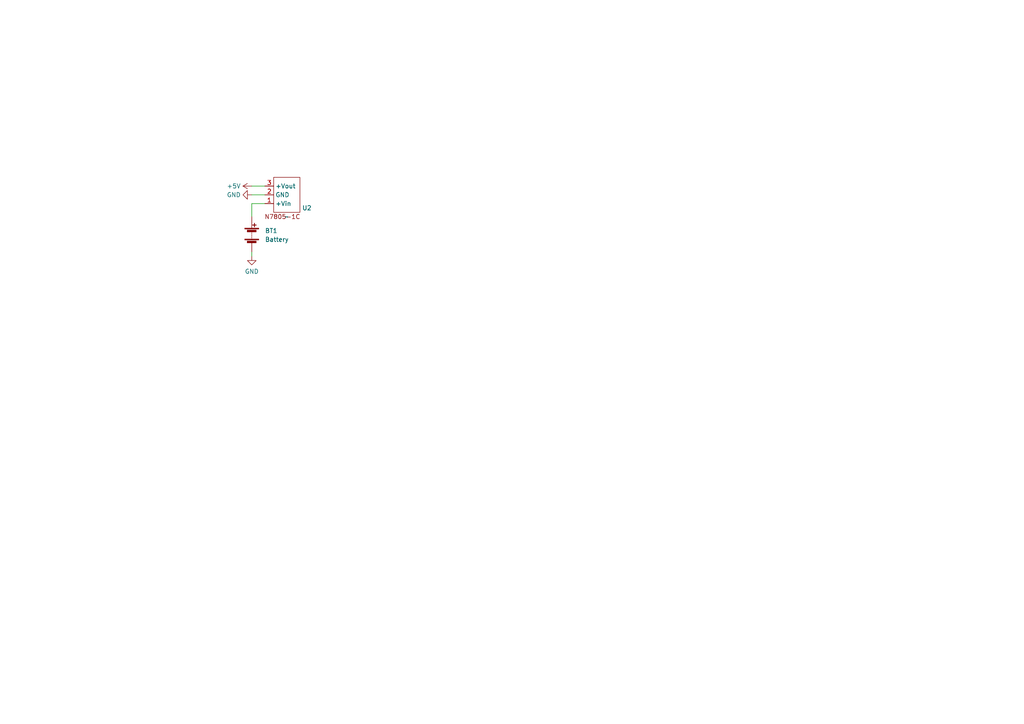
<source format=kicad_sch>
(kicad_sch (version 20230121) (generator eeschema)
  (paper "A4")
  (lib_symbols
    (symbol "Device:Battery" (pin_numbers hide) (pin_names (offset 0) hide)
      (property "Reference" "BT" (at 2.54 2.54 0))
      (property "Value" "Battery" (at 2.54 0 0))
      (symbol "Battery_0_1"
        (rectangle (start -2.032 -1.397) (end 2.032 -1.651) (fill (type outline)))
        (rectangle (start -2.032 1.778) (end 2.032 1.524) (fill (type outline)))
        (rectangle (start -1.3208 -1.9812) (end 1.27 -2.4892) (fill (type outline)))
        (rectangle (start -1.3208 1.1938) (end 1.27 0.6858) (fill (type outline)))
        (polyline (pts (xy 0 -1.524) (xy 0 -1.27)))
        (polyline (pts (xy 0 -1.016) (xy 0 -0.762)))
        (polyline (pts (xy 0 -0.508) (xy 0 -0.254)))
        (polyline (pts (xy 0 0) (xy 0 0.254)))
        (polyline (pts (xy 0 0.508) (xy 0 0.762)))
        (polyline (pts (xy 0 1.778) (xy 0 2.54)))
        (polyline (pts (xy 0.254 2.667) (xy 1.27 2.667)) (stroke (width 0.254)))
        (polyline (pts (xy 0.762 3.175) (xy 0.762 2.159)) (stroke (width 0.254)))
      )
      (symbol "Battery_1_1"
        (pin passive line (at 0 5.08 270) (length 2.54) (name "+") (number "1"))
        (pin passive line (at 0 -5.08 90) (length 2.54) (name "-") (number "2"))
      )
    )
    (symbol "line_follower_missing_symbols:N7805-1C"
      (property "Reference" "U" (at 0 2.54 0))
      (symbol "N7805-1C_0_0"
        (text "N7805-1C" (at 1.27 0 0) (effects (font (size 1.27 1.27))))
      )
      (symbol "N7805-1C_0_1"
        (rectangle (start -3.81 -1.27) (end 3.81 -11.43))
      )
      (symbol "N7805-1C_1_1"
        (pin input line (at 6.35 -3.81 180) (length 2.54) (name "+Vin") (number "1"))
        (pin input line (at 6.35 -6.35 180) (length 2.54) (name "GND") (number "2"))
        (pin input line (at 6.35 -8.89 180) (length 2.54) (name "+Vout") (number "3"))
      )
    )
    (symbol "power:+5V" (power) (pin_names (offset 0))
      (property "Value" "+5V" (at 0 3.556 0))
      (symbol "+5V_0_1"
        (polyline (pts (xy -0.762 1.27) (xy 0 2.54)))
        (polyline (pts (xy 0 0) (xy 0 2.54)))
        (polyline (pts (xy 0 2.54) (xy 0.762 1.27)))
      )
      (symbol "+5V_1_1"
        (pin power_in line (at 0 0 90) (length 0) hide (name "+5V") (number "1"))
      )
    )
    (symbol "power:GND" (power) (pin_names (offset 0))
      (property "Value" "GND" (at 0 -3.81 0))
      (symbol "GND_0_1"
        (polyline (pts (xy 0 0) (xy 0 -1.27) (xy 1.27 -1.27) (xy 0 -2.54) (xy -1.27 -1.27) (xy 0 -1.27)))
      )
      (symbol "GND_1_1"
        (pin power_in line (at 0 0 270) (length 0) hide (name "GND") (number "1"))
      )
    )
  )
  (wire (pts (xy 76.835 59.055) (xy 73.025 59.055)))
  (wire (pts (xy 73.025 56.515) (xy 76.835 56.515)))
  (wire (pts (xy 73.025 74.295) (xy 73.025 73.025)))
  (wire (pts (xy 73.025 59.055) (xy 73.025 62.865)))
  (wire (pts (xy 73.025 53.975) (xy 76.835 53.975)))
  (symbol (lib_id "power:GND") (at 73.025 56.515 270) (unit 1)
    (property "Reference" "#PWR06" (effects hide))
    (property "Value" "GND" (at 69.85 56.515 90) (effects (justify right)))
  )
  (symbol (lib_id "power:GND") (at 73.025 74.295 0) (unit 1)
    (property "Reference" "#PWR05" (effects hide))
    (property "Value" "GND" (at 73.025 78.74 0))
  )
  (symbol (lib_id "line_follower_missing_symbols:N7805-1C") (at 83.185 62.865 180) (unit 1)
    (property "Reference" "U2" (at 87.63 60.325 0) (effects (justify right)))
    (property "Value" "~" (at 83.185 62.865 0))
  )
  (symbol (lib_id "Device:Battery") (at 73.025 67.945 0) (unit 1)
    (property "Reference" "BT1" (at 76.835 66.929 0) (effects (justify left)))
    (property "Value" "Battery" (at 76.835 69.469 0) (effects (justify left)))
  )
  (symbol (lib_id "power:+5V") (at 73.025 53.975 90) (unit 1)
    (property "Reference" "#PWR07" (effects hide))
    (property "Value" "+5V" (at 69.85 53.975 90) (effects (justify left)))
  )
)
</source>
